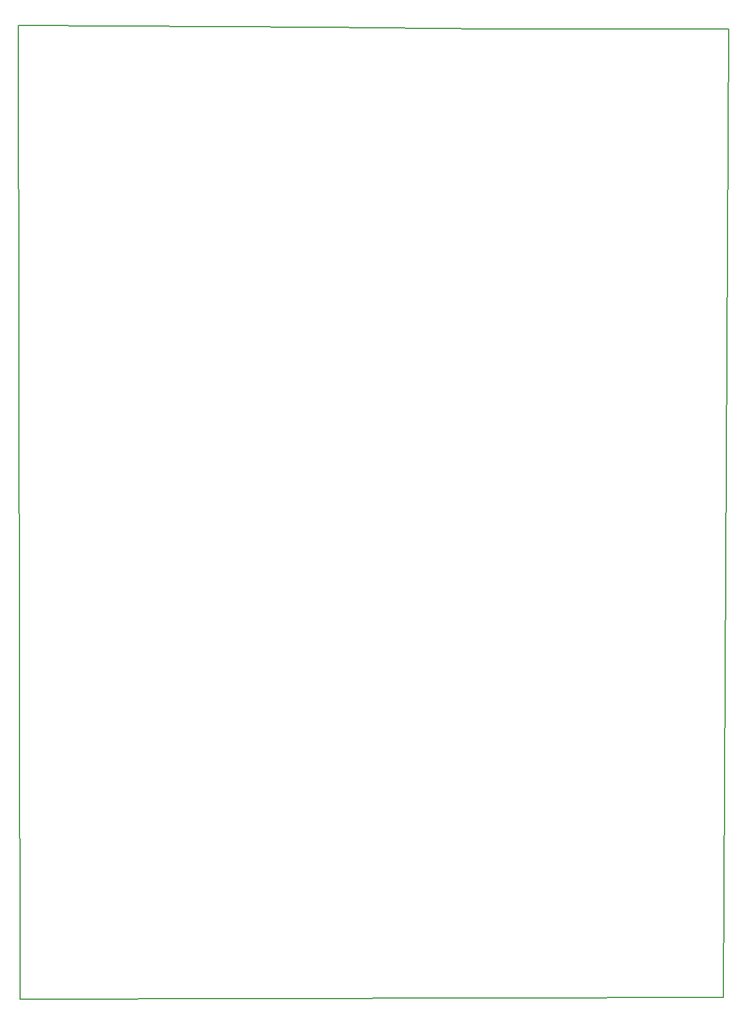
<source format=gbr>
%TF.GenerationSoftware,KiCad,Pcbnew,8.0.1*%
%TF.CreationDate,2024-10-07T23:16:47+02:00*%
%TF.ProjectId,CREPP.io,43524550-502e-4696-9f2e-6b696361645f,rev?*%
%TF.SameCoordinates,Original*%
%TF.FileFunction,Profile,NP*%
%FSLAX46Y46*%
G04 Gerber Fmt 4.6, Leading zero omitted, Abs format (unit mm)*
G04 Created by KiCad (PCBNEW 8.0.1) date 2024-10-07 23:16:47*
%MOMM*%
%LPD*%
G01*
G04 APERTURE LIST*
%TA.AperFunction,Profile*%
%ADD10C,0.200000*%
%TD*%
G04 APERTURE END LIST*
D10*
X142798800Y-15240000D02*
X166928800Y-15494000D01*
X167182800Y-15494000D01*
X201218800Y-15494000D01*
X200456800Y-154178000D01*
X99618800Y-154432000D01*
X99364800Y-14986000D01*
X142798800Y-15240000D01*
M02*

</source>
